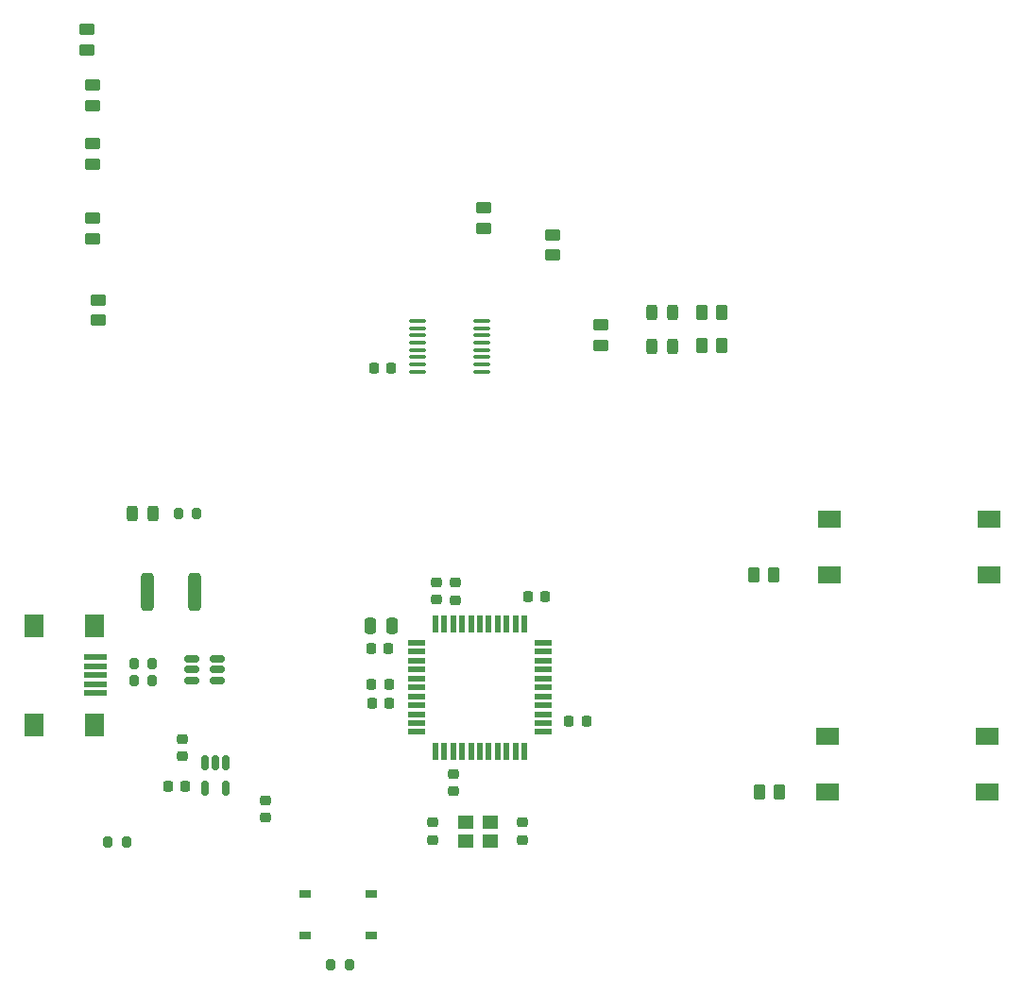
<source format=gbr>
%TF.GenerationSoftware,KiCad,Pcbnew,(7.0.0)*%
%TF.CreationDate,2023-04-24T10:14:54-06:00*%
%TF.ProjectId,Phase_B_ATMEGA_v3,50686173-655f-4425-9f41-544d4547415f,rev?*%
%TF.SameCoordinates,Original*%
%TF.FileFunction,Paste,Top*%
%TF.FilePolarity,Positive*%
%FSLAX46Y46*%
G04 Gerber Fmt 4.6, Leading zero omitted, Abs format (unit mm)*
G04 Created by KiCad (PCBNEW (7.0.0)) date 2023-04-24 10:14:54*
%MOMM*%
%LPD*%
G01*
G04 APERTURE LIST*
G04 Aperture macros list*
%AMRoundRect*
0 Rectangle with rounded corners*
0 $1 Rounding radius*
0 $2 $3 $4 $5 $6 $7 $8 $9 X,Y pos of 4 corners*
0 Add a 4 corners polygon primitive as box body*
4,1,4,$2,$3,$4,$5,$6,$7,$8,$9,$2,$3,0*
0 Add four circle primitives for the rounded corners*
1,1,$1+$1,$2,$3*
1,1,$1+$1,$4,$5*
1,1,$1+$1,$6,$7*
1,1,$1+$1,$8,$9*
0 Add four rect primitives between the rounded corners*
20,1,$1+$1,$2,$3,$4,$5,0*
20,1,$1+$1,$4,$5,$6,$7,0*
20,1,$1+$1,$6,$7,$8,$9,0*
20,1,$1+$1,$8,$9,$2,$3,0*%
G04 Aperture macros list end*
%ADD10RoundRect,0.200000X-0.200000X-0.275000X0.200000X-0.275000X0.200000X0.275000X-0.200000X0.275000X0*%
%ADD11RoundRect,0.200000X0.200000X0.275000X-0.200000X0.275000X-0.200000X-0.275000X0.200000X-0.275000X0*%
%ADD12RoundRect,0.243750X-0.243750X-0.456250X0.243750X-0.456250X0.243750X0.456250X-0.243750X0.456250X0*%
%ADD13RoundRect,0.250000X0.450000X-0.262500X0.450000X0.262500X-0.450000X0.262500X-0.450000X-0.262500X0*%
%ADD14RoundRect,0.225000X0.250000X-0.225000X0.250000X0.225000X-0.250000X0.225000X-0.250000X-0.225000X0*%
%ADD15RoundRect,0.250000X0.262500X0.450000X-0.262500X0.450000X-0.262500X-0.450000X0.262500X-0.450000X0*%
%ADD16R,2.000000X1.500000*%
%ADD17RoundRect,0.250000X0.250000X0.475000X-0.250000X0.475000X-0.250000X-0.475000X0.250000X-0.475000X0*%
%ADD18R,1.500000X0.550000*%
%ADD19R,0.550000X1.500000*%
%ADD20RoundRect,0.225000X-0.225000X-0.250000X0.225000X-0.250000X0.225000X0.250000X-0.225000X0.250000X0*%
%ADD21RoundRect,0.225000X0.225000X0.250000X-0.225000X0.250000X-0.225000X-0.250000X0.225000X-0.250000X0*%
%ADD22RoundRect,0.100000X0.637500X0.100000X-0.637500X0.100000X-0.637500X-0.100000X0.637500X-0.100000X0*%
%ADD23RoundRect,0.250000X-0.312500X-1.450000X0.312500X-1.450000X0.312500X1.450000X-0.312500X1.450000X0*%
%ADD24RoundRect,0.225000X-0.250000X0.225000X-0.250000X-0.225000X0.250000X-0.225000X0.250000X0.225000X0*%
%ADD25R,1.400000X1.200000*%
%ADD26RoundRect,0.150000X-0.512500X-0.150000X0.512500X-0.150000X0.512500X0.150000X-0.512500X0.150000X0*%
%ADD27RoundRect,0.150000X-0.150000X0.512500X-0.150000X-0.512500X0.150000X-0.512500X0.150000X0.512500X0*%
%ADD28R,2.000000X0.500000*%
%ADD29R,1.700000X2.000000*%
%ADD30R,1.000000X0.700000*%
G04 APERTURE END LIST*
D10*
%TO.C,R14*%
X108675000Y-115500000D03*
X110325000Y-115500000D03*
%TD*%
D11*
%TO.C,R13*%
X128000000Y-141000000D03*
X126350000Y-141000000D03*
%TD*%
D12*
%TO.C,D3*%
X108500000Y-100500000D03*
X110375000Y-100500000D03*
%TD*%
D13*
%TO.C,R12*%
X105000000Y-69162500D03*
X105000000Y-67337500D03*
%TD*%
D12*
%TO.C,D1*%
X155125000Y-82500000D03*
X157000000Y-82500000D03*
%TD*%
D14*
%TO.C,C2*%
X143500000Y-129775000D03*
X143500000Y-128225000D03*
%TD*%
%TO.C,C10*%
X135800000Y-108195000D03*
X135800000Y-106645000D03*
%TD*%
%TO.C,C12*%
X137500000Y-108275000D03*
X137500000Y-106725000D03*
%TD*%
D15*
%TO.C,R4*%
X161385000Y-85405000D03*
X159560000Y-85405000D03*
%TD*%
D16*
%TO.C,S2*%
X185149999Y-125499999D03*
X170849999Y-125499999D03*
X185149999Y-120499999D03*
X170849999Y-120499999D03*
%TD*%
D11*
%TO.C,R16*%
X114325000Y-100500000D03*
X112675000Y-100500000D03*
%TD*%
D13*
%TO.C,R7*%
X105000000Y-63912500D03*
X105000000Y-62087500D03*
%TD*%
D17*
%TO.C,C8*%
X131800000Y-110600000D03*
X129900000Y-110600000D03*
%TD*%
D18*
%TO.C,U3*%
X133999999Y-112099999D03*
X133999999Y-112899999D03*
X133999999Y-113699999D03*
X133999999Y-114499999D03*
X133999999Y-115299999D03*
X133999999Y-116099999D03*
X133999999Y-116899999D03*
X133999999Y-117699999D03*
X133999999Y-118499999D03*
X133999999Y-119299999D03*
X133999999Y-120099999D03*
D19*
X135699999Y-121799999D03*
X136499999Y-121799999D03*
X137299999Y-121799999D03*
X138099999Y-121799999D03*
X138899999Y-121799999D03*
X139699999Y-121799999D03*
X140499999Y-121799999D03*
X141299999Y-121799999D03*
X142099999Y-121799999D03*
X142899999Y-121799999D03*
X143699999Y-121799999D03*
D18*
X145399999Y-120099999D03*
X145399999Y-119299999D03*
X145399999Y-118499999D03*
X145399999Y-117699999D03*
X145399999Y-116899999D03*
X145399999Y-116099999D03*
X145399999Y-115299999D03*
X145399999Y-114499999D03*
X145399999Y-113699999D03*
X145399999Y-112899999D03*
X145399999Y-112099999D03*
D19*
X143699999Y-110399999D03*
X142899999Y-110399999D03*
X142099999Y-110399999D03*
X141299999Y-110399999D03*
X140499999Y-110399999D03*
X139699999Y-110399999D03*
X138899999Y-110399999D03*
X138099999Y-110399999D03*
X137299999Y-110399999D03*
X136499999Y-110399999D03*
X135699999Y-110399999D03*
%TD*%
D16*
%TO.C,S1*%
X185299999Y-105999999D03*
X170999999Y-105999999D03*
X185299999Y-100999999D03*
X170999999Y-100999999D03*
%TD*%
D20*
%TO.C,C11*%
X144025000Y-107920000D03*
X145575000Y-107920000D03*
%TD*%
D21*
%TO.C,C5*%
X131475000Y-112600000D03*
X129925000Y-112600000D03*
%TD*%
D22*
%TO.C,U2*%
X139862500Y-87775000D03*
X139862500Y-87125000D03*
X139862500Y-86475000D03*
X139862500Y-85825000D03*
X139862500Y-85175000D03*
X139862500Y-84525000D03*
X139862500Y-83875000D03*
X139862500Y-83225000D03*
X134137500Y-83225000D03*
X134137500Y-83875000D03*
X134137500Y-84525000D03*
X134137500Y-85175000D03*
X134137500Y-85825000D03*
X134137500Y-86475000D03*
X134137500Y-87125000D03*
X134137500Y-87775000D03*
%TD*%
D14*
%TO.C,C3*%
X135500000Y-129775000D03*
X135500000Y-128225000D03*
%TD*%
D20*
%TO.C,C7*%
X147700000Y-119100000D03*
X149250000Y-119100000D03*
%TD*%
D23*
%TO.C,F1*%
X109862500Y-107500000D03*
X114137500Y-107500000D03*
%TD*%
D24*
%TO.C,C14*%
X120500000Y-126225000D03*
X120500000Y-127775000D03*
%TD*%
D12*
%TO.C,D2*%
X155125000Y-85540000D03*
X157000000Y-85540000D03*
%TD*%
D25*
%TO.C,Y1*%
X140599999Y-128149999D03*
X138399999Y-128149999D03*
X138399999Y-129849999D03*
X140599999Y-129849999D03*
%TD*%
D10*
%TO.C,R15*%
X108675000Y-114000000D03*
X110325000Y-114000000D03*
%TD*%
D13*
%TO.C,R5*%
X146200000Y-77312500D03*
X146200000Y-75487500D03*
%TD*%
D26*
%TO.C,U4*%
X113862500Y-113550000D03*
X113862500Y-114500000D03*
X113862500Y-115450000D03*
X116137500Y-115450000D03*
X116137500Y-114500000D03*
X116137500Y-113550000D03*
%TD*%
D21*
%TO.C,C1*%
X131775000Y-87500000D03*
X130225000Y-87500000D03*
%TD*%
%TO.C,C15*%
X113275000Y-125000000D03*
X111725000Y-125000000D03*
%TD*%
D13*
%TO.C,R8*%
X105000000Y-75825000D03*
X105000000Y-74000000D03*
%TD*%
D15*
%TO.C,R1*%
X166062500Y-106000000D03*
X164237500Y-106000000D03*
%TD*%
D14*
%TO.C,C13*%
X113000000Y-122275000D03*
X113000000Y-120725000D03*
%TD*%
D15*
%TO.C,R3*%
X161385000Y-82455000D03*
X159560000Y-82455000D03*
%TD*%
D27*
%TO.C,U5*%
X116950000Y-122862500D03*
X116000000Y-122862500D03*
X115050000Y-122862500D03*
X115050000Y-125137500D03*
X116950000Y-125137500D03*
%TD*%
D13*
%TO.C,R11*%
X104500000Y-58912500D03*
X104500000Y-57087500D03*
%TD*%
D21*
%TO.C,C9*%
X131543330Y-115795791D03*
X129993330Y-115795791D03*
%TD*%
D13*
%TO.C,R10*%
X140000000Y-74912500D03*
X140000000Y-73087500D03*
%TD*%
D28*
%TO.C,J2*%
X105274999Y-113399999D03*
X105274999Y-114199999D03*
X105274999Y-114999999D03*
X105274999Y-115799999D03*
X105274999Y-116599999D03*
D29*
X105174999Y-110549999D03*
X99724999Y-110549999D03*
X105174999Y-119449999D03*
X99724999Y-119449999D03*
%TD*%
D13*
%TO.C,R6*%
X150500000Y-85412500D03*
X150500000Y-83587500D03*
%TD*%
D11*
%TO.C,R17*%
X108000000Y-130000000D03*
X106350000Y-130000000D03*
%TD*%
D30*
%TO.C,S3*%
X123999999Y-134649999D03*
X129999999Y-134649999D03*
X123999999Y-138349999D03*
X129999999Y-138349999D03*
%TD*%
D21*
%TO.C,C6*%
X131575000Y-117500000D03*
X130025000Y-117500000D03*
%TD*%
D24*
%TO.C,C4*%
X137300000Y-123870000D03*
X137300000Y-125420000D03*
%TD*%
D15*
%TO.C,R2*%
X166562500Y-125500000D03*
X164737500Y-125500000D03*
%TD*%
D13*
%TO.C,R9*%
X105500000Y-83162500D03*
X105500000Y-81337500D03*
%TD*%
M02*

</source>
